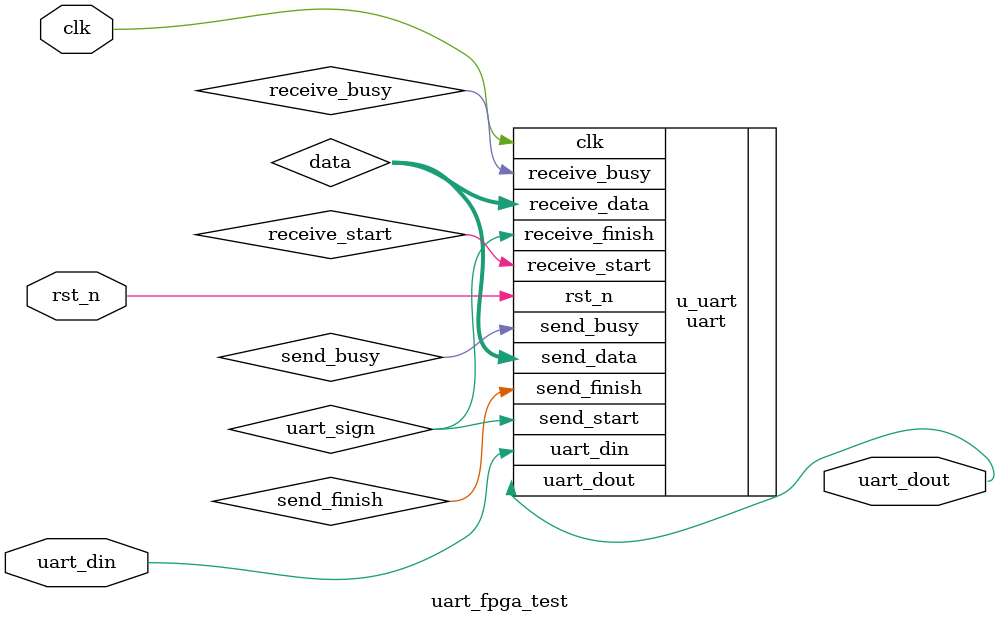
<source format=v>
module uart_fpga_test (
	input clk,    // Clock
	input rst_n,  // Asynchronous reset active low

	input uart_din,
	output uart_dout
);

wire uart_sign;
wire [7:0]data;
uart #(
	.BAUD(5207)
) u_uart (
	.clk(clk),    // Clock
	.rst_n(rst_n),  // Asynchronous reset active low

	.uart_din(uart_din),
	.uart_dout(uart_dout),

	.send_start(uart_sign),
	.send_busy,
	.send_finish,
	.send_data(data),

	.receive_start,
	.receive_busy,
	.receive_finish(uart_sign),
	.receive_data(data)
);

endmodule

</source>
